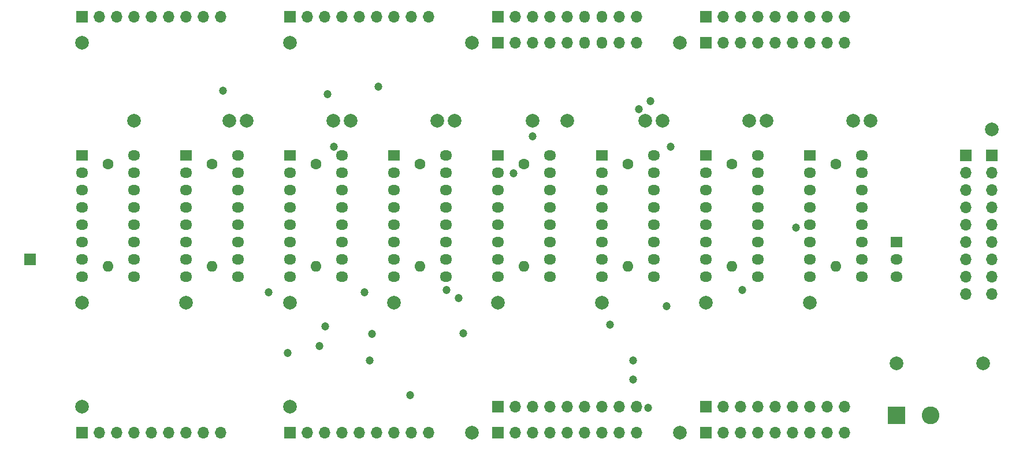
<source format=gbr>
%TF.GenerationSoftware,KiCad,Pcbnew,(5.1.8)-1*%
%TF.CreationDate,2022-11-23T21:50:43+03:00*%
%TF.ProjectId,MUX8x1-v3,4d555838-7831-42d7-9633-2e6b69636164,rev?*%
%TF.SameCoordinates,Original*%
%TF.FileFunction,Copper,L2,Inr*%
%TF.FilePolarity,Positive*%
%FSLAX46Y46*%
G04 Gerber Fmt 4.6, Leading zero omitted, Abs format (unit mm)*
G04 Created by KiCad (PCBNEW (5.1.8)-1) date 2022-11-23 21:50:43*
%MOMM*%
%LPD*%
G01*
G04 APERTURE LIST*
%TA.AperFunction,ComponentPad*%
%ADD10O,1.700000X1.700000*%
%TD*%
%TA.AperFunction,ComponentPad*%
%ADD11R,1.700000X1.700000*%
%TD*%
%TA.AperFunction,ComponentPad*%
%ADD12O,1.500000X1.800000*%
%TD*%
%TA.AperFunction,ComponentPad*%
%ADD13O,1.600000X1.600000*%
%TD*%
%TA.AperFunction,ComponentPad*%
%ADD14C,1.600000*%
%TD*%
%TA.AperFunction,ComponentPad*%
%ADD15O,1.800000X1.500000*%
%TD*%
%TA.AperFunction,ComponentPad*%
%ADD16R,1.800000X1.500000*%
%TD*%
%TA.AperFunction,ComponentPad*%
%ADD17C,2.600000*%
%TD*%
%TA.AperFunction,ComponentPad*%
%ADD18R,2.600000X2.600000*%
%TD*%
%TA.AperFunction,ViaPad*%
%ADD19C,2.000000*%
%TD*%
%TA.AperFunction,ViaPad*%
%ADD20C,1.200000*%
%TD*%
G04 APERTURE END LIST*
D10*
%TO.N,/O7*%
%TO.C,J21*%
X171450000Y-78740000D03*
%TO.N,/O6*%
X171450000Y-76200000D03*
%TO.N,/O5*%
X171450000Y-73660000D03*
%TO.N,/O4*%
X171450000Y-71120000D03*
%TO.N,/O3*%
X171450000Y-68580000D03*
%TO.N,/O2*%
X171450000Y-66040000D03*
%TO.N,/O1*%
X171450000Y-63500000D03*
%TO.N,/O0*%
X171450000Y-60960000D03*
D11*
%TO.N,GND*%
X171450000Y-58420000D03*
%TD*%
D10*
%TO.N,/O7*%
%TO.C,J19*%
X167640000Y-78740000D03*
%TO.N,/O6*%
X167640000Y-76200000D03*
%TO.N,/O5*%
X167640000Y-73660000D03*
%TO.N,/O4*%
X167640000Y-71120000D03*
%TO.N,/O3*%
X167640000Y-68580000D03*
%TO.N,/O2*%
X167640000Y-66040000D03*
%TO.N,/O1*%
X167640000Y-63500000D03*
%TO.N,/O0*%
X167640000Y-60960000D03*
D11*
%TO.N,GND*%
X167640000Y-58420000D03*
%TD*%
D10*
%TO.N,/H7*%
%TO.C,J18*%
X149860000Y-95250000D03*
%TO.N,/H6*%
X147320000Y-95250000D03*
%TO.N,/H5*%
X144780000Y-95250000D03*
%TO.N,/H4*%
X142240000Y-95250000D03*
%TO.N,/H3*%
X139700000Y-95250000D03*
%TO.N,/H2*%
X137160000Y-95250000D03*
%TO.N,/H1*%
X134620000Y-95250000D03*
%TO.N,/H0*%
X132080000Y-95250000D03*
D11*
%TO.N,GND*%
X129540000Y-95250000D03*
%TD*%
D10*
%TO.N,/H7*%
%TO.C,J16*%
X149860000Y-99060000D03*
%TO.N,/H6*%
X147320000Y-99060000D03*
%TO.N,/H5*%
X144780000Y-99060000D03*
%TO.N,/H4*%
X142240000Y-99060000D03*
%TO.N,/H3*%
X139700000Y-99060000D03*
%TO.N,/H2*%
X137160000Y-99060000D03*
%TO.N,/H1*%
X134620000Y-99060000D03*
%TO.N,/H0*%
X132080000Y-99060000D03*
D11*
%TO.N,GND*%
X129540000Y-99060000D03*
%TD*%
D10*
%TO.N,/D7*%
%TO.C,J15*%
X58420000Y-38100000D03*
%TO.N,/D6*%
X55880000Y-38100000D03*
%TO.N,/D5*%
X53340000Y-38100000D03*
%TO.N,/D4*%
X50800000Y-38100000D03*
%TO.N,/D3*%
X48260000Y-38100000D03*
%TO.N,/D2*%
X45720000Y-38100000D03*
%TO.N,/D1*%
X43180000Y-38100000D03*
%TO.N,/D0*%
X40640000Y-38100000D03*
D11*
%TO.N,GND*%
X38100000Y-38100000D03*
%TD*%
D10*
%TO.N,/G7*%
%TO.C,J14*%
X119380000Y-99060000D03*
%TO.N,/G6*%
X116840000Y-99060000D03*
%TO.N,/G5*%
X114300000Y-99060000D03*
%TO.N,/G4*%
X111760000Y-99060000D03*
%TO.N,/G3*%
X109220000Y-99060000D03*
%TO.N,/G2*%
X106680000Y-99060000D03*
%TO.N,/G1*%
X104140000Y-99060000D03*
%TO.N,/G0*%
X101600000Y-99060000D03*
D11*
%TO.N,GND*%
X99060000Y-99060000D03*
%TD*%
D10*
%TO.N,/G7*%
%TO.C,J12*%
X119380000Y-95250000D03*
%TO.N,/G6*%
X116840000Y-95250000D03*
%TO.N,/G5*%
X114300000Y-95250000D03*
%TO.N,/G4*%
X111760000Y-95250000D03*
%TO.N,/G3*%
X109220000Y-95250000D03*
%TO.N,/G2*%
X106680000Y-95250000D03*
%TO.N,/G1*%
X104140000Y-95250000D03*
%TO.N,/G0*%
X101600000Y-95250000D03*
D11*
%TO.N,GND*%
X99060000Y-95250000D03*
%TD*%
D10*
%TO.N,/C7*%
%TO.C,J11*%
X88900000Y-38100000D03*
%TO.N,/C6*%
X86360000Y-38100000D03*
%TO.N,/C5*%
X83820000Y-38100000D03*
%TO.N,/C4*%
X81280000Y-38100000D03*
%TO.N,/C3*%
X78740000Y-38100000D03*
%TO.N,/C2*%
X76200000Y-38100000D03*
%TO.N,/C1*%
X73660000Y-38100000D03*
%TO.N,/C0*%
X71120000Y-38100000D03*
D11*
%TO.N,GND*%
X68580000Y-38100000D03*
%TD*%
D10*
%TO.N,/F7*%
%TO.C,J8*%
X149860000Y-38140000D03*
%TO.N,/F6*%
X147320000Y-38140000D03*
%TO.N,/F5*%
X144780000Y-38140000D03*
%TO.N,/F4*%
X142240000Y-38140000D03*
%TO.N,/F3*%
X139700000Y-38140000D03*
%TO.N,/F2*%
X137160000Y-38140000D03*
%TO.N,/F1*%
X134620000Y-38140000D03*
%TO.N,/F0*%
X132080000Y-38140000D03*
D11*
%TO.N,GND*%
X129540000Y-38140000D03*
%TD*%
D10*
%TO.N,/F7*%
%TO.C,J6*%
X149860000Y-41910000D03*
%TO.N,/F6*%
X147320000Y-41910000D03*
%TO.N,/F5*%
X144780000Y-41910000D03*
%TO.N,/F4*%
X142240000Y-41910000D03*
%TO.N,/F3*%
X139700000Y-41910000D03*
%TO.N,/F2*%
X137160000Y-41910000D03*
%TO.N,/F1*%
X134620000Y-41910000D03*
%TO.N,/F0*%
X132080000Y-41910000D03*
D11*
%TO.N,GND*%
X129540000Y-41910000D03*
%TD*%
D10*
%TO.N,/B7*%
%TO.C,J5*%
X88900000Y-99060000D03*
%TO.N,/B6*%
X86360000Y-99060000D03*
%TO.N,/B5*%
X83820000Y-99060000D03*
%TO.N,/B4*%
X81280000Y-99060000D03*
%TO.N,/B3*%
X78740000Y-99060000D03*
%TO.N,/B2*%
X76200000Y-99060000D03*
%TO.N,/B1*%
X73660000Y-99060000D03*
%TO.N,/B0*%
X71120000Y-99060000D03*
D11*
%TO.N,GND*%
X68580000Y-99060000D03*
%TD*%
D10*
%TO.N,/E7*%
%TO.C,J4*%
X119380000Y-38100000D03*
%TO.N,/E6*%
X116840000Y-38100000D03*
D12*
%TO.N,/E5*%
X114300000Y-38100000D03*
%TO.N,/E4*%
X111760000Y-38100000D03*
D10*
%TO.N,/E3*%
X109220000Y-38100000D03*
%TO.N,/E2*%
X106680000Y-38100000D03*
%TO.N,/E1*%
X104140000Y-38100000D03*
%TO.N,/E0*%
X101600000Y-38100000D03*
D11*
%TO.N,GND*%
X99060000Y-38100000D03*
%TD*%
D10*
%TO.N,/E7*%
%TO.C,J2*%
X119380000Y-41910000D03*
%TO.N,/E6*%
X116840000Y-41910000D03*
D12*
%TO.N,/E5*%
X114300000Y-41910000D03*
%TO.N,/E4*%
X111760000Y-41910000D03*
D10*
%TO.N,/E3*%
X109220000Y-41910000D03*
%TO.N,/E2*%
X106680000Y-41910000D03*
%TO.N,/E1*%
X104140000Y-41910000D03*
%TO.N,/E0*%
X101600000Y-41910000D03*
D11*
%TO.N,GND*%
X99060000Y-41910000D03*
%TD*%
D10*
%TO.N,/A7*%
%TO.C,J1*%
X58420000Y-99060000D03*
%TO.N,/A6*%
X55880000Y-99060000D03*
%TO.N,/A5*%
X53340000Y-99060000D03*
%TO.N,/A4*%
X50800000Y-99060000D03*
%TO.N,/A3*%
X48260000Y-99060000D03*
%TO.N,/A2*%
X45720000Y-99060000D03*
%TO.N,/A1*%
X43180000Y-99060000D03*
%TO.N,/A0*%
X40640000Y-99060000D03*
D11*
%TO.N,GND*%
X38100000Y-99060000D03*
%TD*%
D13*
%TO.N,GND*%
%TO.C,C8*%
X148590000Y-74690000D03*
D14*
%TO.N,VCC*%
X148590000Y-59690000D03*
%TD*%
D13*
%TO.N,GND*%
%TO.C,C7*%
X133350000Y-74690000D03*
D14*
%TO.N,VCC*%
X133350000Y-59690000D03*
%TD*%
D13*
%TO.N,GND*%
%TO.C,C6*%
X118110000Y-74690000D03*
D14*
%TO.N,VCC*%
X118110000Y-59690000D03*
%TD*%
D13*
%TO.N,GND*%
%TO.C,C5*%
X102870000Y-74690000D03*
D14*
%TO.N,VCC*%
X102870000Y-59690000D03*
%TD*%
D13*
%TO.N,GND*%
%TO.C,C4*%
X87630000Y-74690000D03*
D14*
%TO.N,VCC*%
X87630000Y-59690000D03*
%TD*%
D13*
%TO.N,GND*%
%TO.C,C3*%
X72390000Y-74690000D03*
D14*
%TO.N,VCC*%
X72390000Y-59690000D03*
%TD*%
D13*
%TO.N,GND*%
%TO.C,C2*%
X57150000Y-74690000D03*
D14*
%TO.N,VCC*%
X57150000Y-59690000D03*
%TD*%
D13*
%TO.N,GND*%
%TO.C,C1*%
X41910000Y-74690000D03*
D14*
%TO.N,VCC*%
X41910000Y-59690000D03*
%TD*%
D15*
%TO.N,VCC*%
%TO.C,U8*%
X152400000Y-58420000D03*
%TO.N,GND*%
X144780000Y-76200000D03*
%TO.N,/E7*%
X152400000Y-60960000D03*
%TO.N,/~E*%
X144780000Y-73660000D03*
%TO.N,/F7*%
X152400000Y-63500000D03*
%TO.N,Net-(U8-Pad6)*%
X144780000Y-71120000D03*
%TO.N,/G7*%
X152400000Y-66040000D03*
%TO.N,/O7*%
X144780000Y-68580000D03*
%TO.N,/H7*%
X152400000Y-68580000D03*
%TO.N,/A7*%
X144780000Y-66040000D03*
%TO.N,/S0*%
X152400000Y-71120000D03*
%TO.N,/B7*%
X144780000Y-63500000D03*
%TO.N,/S1*%
X152400000Y-73660000D03*
%TO.N,/C7*%
X144780000Y-60960000D03*
%TO.N,/S2*%
X152400000Y-76200000D03*
D16*
%TO.N,/D7*%
X144780000Y-58420000D03*
%TD*%
D15*
%TO.N,VCC*%
%TO.C,U7*%
X137160000Y-58420000D03*
%TO.N,GND*%
X129540000Y-76200000D03*
%TO.N,/E6*%
X137160000Y-60960000D03*
%TO.N,/~E*%
X129540000Y-73660000D03*
%TO.N,/F6*%
X137160000Y-63500000D03*
%TO.N,Net-(U7-Pad6)*%
X129540000Y-71120000D03*
%TO.N,/G6*%
X137160000Y-66040000D03*
%TO.N,/O6*%
X129540000Y-68580000D03*
%TO.N,/H6*%
X137160000Y-68580000D03*
%TO.N,/A6*%
X129540000Y-66040000D03*
%TO.N,/S0*%
X137160000Y-71120000D03*
%TO.N,/B6*%
X129540000Y-63500000D03*
%TO.N,/S1*%
X137160000Y-73660000D03*
%TO.N,/C6*%
X129540000Y-60960000D03*
%TO.N,/S2*%
X137160000Y-76200000D03*
D16*
%TO.N,/D6*%
X129540000Y-58420000D03*
%TD*%
D15*
%TO.N,VCC*%
%TO.C,U6*%
X121920000Y-58420000D03*
%TO.N,GND*%
X114300000Y-76200000D03*
%TO.N,/E5*%
X121920000Y-60960000D03*
%TO.N,/~E*%
X114300000Y-73660000D03*
%TO.N,/F5*%
X121920000Y-63500000D03*
%TO.N,Net-(U6-Pad6)*%
X114300000Y-71120000D03*
%TO.N,/G5*%
X121920000Y-66040000D03*
%TO.N,/O5*%
X114300000Y-68580000D03*
%TO.N,/H5*%
X121920000Y-68580000D03*
%TO.N,/A5*%
X114300000Y-66040000D03*
%TO.N,/S0*%
X121920000Y-71120000D03*
%TO.N,/B5*%
X114300000Y-63500000D03*
%TO.N,/S1*%
X121920000Y-73660000D03*
%TO.N,/C5*%
X114300000Y-60960000D03*
%TO.N,/S2*%
X121920000Y-76200000D03*
D16*
%TO.N,/D5*%
X114300000Y-58420000D03*
%TD*%
D15*
%TO.N,VCC*%
%TO.C,U5*%
X106680000Y-58420000D03*
%TO.N,GND*%
X99060000Y-76200000D03*
%TO.N,/E4*%
X106680000Y-60960000D03*
%TO.N,/~E*%
X99060000Y-73660000D03*
%TO.N,/F4*%
X106680000Y-63500000D03*
%TO.N,Net-(U5-Pad6)*%
X99060000Y-71120000D03*
%TO.N,/G4*%
X106680000Y-66040000D03*
%TO.N,/O4*%
X99060000Y-68580000D03*
%TO.N,/H4*%
X106680000Y-68580000D03*
%TO.N,/A4*%
X99060000Y-66040000D03*
%TO.N,/S0*%
X106680000Y-71120000D03*
%TO.N,/B4*%
X99060000Y-63500000D03*
%TO.N,/S1*%
X106680000Y-73660000D03*
%TO.N,/C4*%
X99060000Y-60960000D03*
%TO.N,/S2*%
X106680000Y-76200000D03*
D16*
%TO.N,/D4*%
X99060000Y-58420000D03*
%TD*%
D15*
%TO.N,VCC*%
%TO.C,U4*%
X91440000Y-58420000D03*
%TO.N,GND*%
X83820000Y-76200000D03*
%TO.N,/E3*%
X91440000Y-60960000D03*
%TO.N,/~E*%
X83820000Y-73660000D03*
%TO.N,/F3*%
X91440000Y-63500000D03*
%TO.N,Net-(U4-Pad6)*%
X83820000Y-71120000D03*
%TO.N,/G3*%
X91440000Y-66040000D03*
%TO.N,/O3*%
X83820000Y-68580000D03*
%TO.N,/H3*%
X91440000Y-68580000D03*
%TO.N,/A3*%
X83820000Y-66040000D03*
%TO.N,/S0*%
X91440000Y-71120000D03*
%TO.N,/B3*%
X83820000Y-63500000D03*
%TO.N,/S1*%
X91440000Y-73660000D03*
%TO.N,/C3*%
X83820000Y-60960000D03*
%TO.N,/S2*%
X91440000Y-76200000D03*
D16*
%TO.N,/D3*%
X83820000Y-58420000D03*
%TD*%
D15*
%TO.N,VCC*%
%TO.C,U3*%
X76200000Y-58420000D03*
%TO.N,GND*%
X68580000Y-76200000D03*
%TO.N,/E2*%
X76200000Y-60960000D03*
%TO.N,/~E*%
X68580000Y-73660000D03*
%TO.N,/F2*%
X76200000Y-63500000D03*
%TO.N,Net-(U3-Pad6)*%
X68580000Y-71120000D03*
%TO.N,/G2*%
X76200000Y-66040000D03*
%TO.N,/O2*%
X68580000Y-68580000D03*
%TO.N,/H2*%
X76200000Y-68580000D03*
%TO.N,/A2*%
X68580000Y-66040000D03*
%TO.N,/S0*%
X76200000Y-71120000D03*
%TO.N,/B2*%
X68580000Y-63500000D03*
%TO.N,/S1*%
X76200000Y-73660000D03*
%TO.N,/C2*%
X68580000Y-60960000D03*
%TO.N,/S2*%
X76200000Y-76200000D03*
D16*
%TO.N,/D2*%
X68580000Y-58420000D03*
%TD*%
D15*
%TO.N,VCC*%
%TO.C,U2*%
X60960000Y-58420000D03*
%TO.N,GND*%
X53340000Y-76200000D03*
%TO.N,/E1*%
X60960000Y-60960000D03*
%TO.N,/~E*%
X53340000Y-73660000D03*
%TO.N,/F1*%
X60960000Y-63500000D03*
%TO.N,Net-(U2-Pad6)*%
X53340000Y-71120000D03*
%TO.N,/G1*%
X60960000Y-66040000D03*
%TO.N,/O1*%
X53340000Y-68580000D03*
%TO.N,/H1*%
X60960000Y-68580000D03*
%TO.N,/A1*%
X53340000Y-66040000D03*
%TO.N,/S0*%
X60960000Y-71120000D03*
%TO.N,/B1*%
X53340000Y-63500000D03*
%TO.N,/S1*%
X60960000Y-73660000D03*
%TO.N,/C1*%
X53340000Y-60960000D03*
%TO.N,/S2*%
X60960000Y-76200000D03*
D16*
%TO.N,/D1*%
X53340000Y-58420000D03*
%TD*%
D15*
%TO.N,VCC*%
%TO.C,U1*%
X45720000Y-58420000D03*
%TO.N,GND*%
X38100000Y-76200000D03*
%TO.N,/E0*%
X45720000Y-60960000D03*
%TO.N,/~E*%
X38100000Y-73660000D03*
%TO.N,/F0*%
X45720000Y-63500000D03*
%TO.N,Net-(U1-Pad6)*%
X38100000Y-71120000D03*
%TO.N,/G0*%
X45720000Y-66040000D03*
%TO.N,/O0*%
X38100000Y-68580000D03*
%TO.N,/H0*%
X45720000Y-68580000D03*
%TO.N,/A0*%
X38100000Y-66040000D03*
%TO.N,/S0*%
X45720000Y-71120000D03*
%TO.N,/B0*%
X38100000Y-63500000D03*
%TO.N,/S1*%
X45720000Y-73660000D03*
%TO.N,/C0*%
X38100000Y-60960000D03*
%TO.N,/S2*%
X45720000Y-76200000D03*
D16*
%TO.N,/D0*%
X38100000Y-58420000D03*
%TD*%
D11*
%TO.N,/~E*%
%TO.C,J20*%
X30480000Y-73660000D03*
%TD*%
D15*
%TO.N,/S2*%
%TO.C,J10*%
X157480000Y-76200000D03*
%TO.N,/S1*%
X157480000Y-73660000D03*
D16*
%TO.N,/S0*%
X157480000Y-71120000D03*
%TD*%
D17*
%TO.N,GND*%
%TO.C,J9*%
X162480000Y-96520000D03*
D18*
%TO.N,VCC*%
X157480000Y-96520000D03*
%TD*%
D19*
%TO.N,GND*%
X171450000Y-54610000D03*
X144780000Y-80010000D03*
X129540000Y-80010000D03*
X114300000Y-80010000D03*
X99060000Y-80010000D03*
X83820000Y-80010000D03*
X68580000Y-80010000D03*
X53340000Y-80010000D03*
X38100000Y-80010000D03*
X38100000Y-95250000D03*
X68580000Y-95250000D03*
X95250000Y-99060000D03*
X125730000Y-99060000D03*
X125730000Y-41910000D03*
X95250000Y-41910000D03*
X68580000Y-41910000D03*
X38100000Y-41910000D03*
X170180000Y-88900000D03*
%TO.N,VCC*%
X157480000Y-88900000D03*
X151130000Y-53340000D03*
X138430000Y-53340000D03*
X123190000Y-53340000D03*
X109220000Y-53340000D03*
X92710000Y-53340000D03*
X77470000Y-53340000D03*
X59690000Y-53340000D03*
X45720000Y-53340000D03*
X153670000Y-53340000D03*
X135890000Y-53340000D03*
X120650000Y-53340000D03*
X104140000Y-53340000D03*
X90170000Y-53340000D03*
X74930000Y-53340000D03*
X62230000Y-53340000D03*
D20*
%TO.N,/A6*%
X121047400Y-95492800D03*
%TO.N,/A5*%
X118812900Y-88501900D03*
%TO.N,/A4*%
X86160600Y-93622200D03*
%TO.N,/A3*%
X80277400Y-88482200D03*
%TO.N,/E2*%
X81507700Y-48395900D03*
%TO.N,/B6*%
X118813500Y-91283200D03*
%TO.N,/F3*%
X124390300Y-57219700D03*
%TO.N,/F2*%
X119702800Y-51652700D03*
%TO.N,/F1*%
X121368200Y-50515400D03*
%TO.N,/C6*%
X104111300Y-55672600D03*
%TO.N,/C5*%
X101288200Y-61040800D03*
%TO.N,/C0*%
X58707800Y-48938500D03*
%TO.N,/G3*%
X93975900Y-84526300D03*
%TO.N,/G2*%
X80588500Y-84595800D03*
%TO.N,/G1*%
X72886000Y-86381400D03*
%TO.N,/G0*%
X68229700Y-87431800D03*
%TO.N,/D6*%
X74023800Y-49446300D03*
%TO.N,/D4*%
X74976200Y-57170000D03*
%TO.N,/H6*%
X142756400Y-68993800D03*
%TO.N,/H5*%
X123777100Y-80592000D03*
%TO.N,/H4*%
X115436200Y-83238000D03*
%TO.N,/H3*%
X93293600Y-79361700D03*
%TO.N,/H2*%
X79502200Y-78515100D03*
%TO.N,/H1*%
X65446900Y-78506000D03*
%TO.N,/O6*%
X134829700Y-78150300D03*
%TO.N,/O3*%
X91542700Y-78150400D03*
%TO.N,/O2*%
X73692200Y-83476000D03*
%TD*%
M02*

</source>
